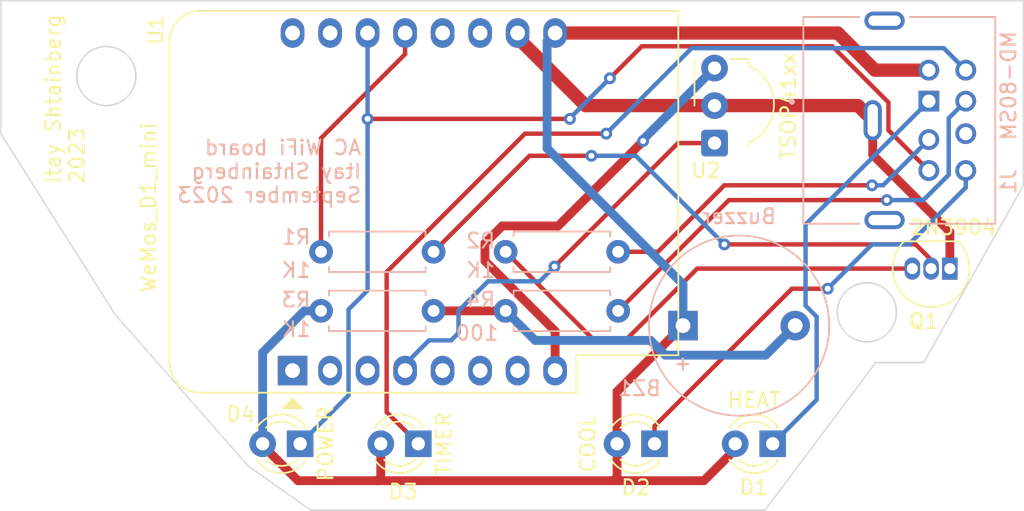
<source format=kicad_pcb>
(kicad_pcb (version 20221018) (generator pcbnew)
  (title_block (title "Electra WiFi Board") (date "2023-09-16") (company "Itay Shtainberg"))
  (layers (0 "F.Cu" signal) (31 "B.Cu" signal) (34 "B.Paste" user) (35 "F.Paste" user) (36 "B.SilkS" user "B.Silkscreen") (37 "F.SilkS" user "F.Silkscreen") (38 "B.Mask" user) (39 "F.Mask" user) (44 "Edge.Cuts" user))
  (net 0 "")
  (net 3 "+5V")
  (net 4 "GND")
  (net 5 "power_led")
  (net 6 "IR_to_ac")
  (net 7 "heat_led")
  (net 8 "button")
  (net 9 "cool_led")
  (net 10 "beep")
  (net 11 "timer_led")
  (net 12 "Net-(Q1-B)")
  (net 13 "Net-(Q1-C)")
  (net 14 "IR_from_esp")
  (net 18 "IR_receive")
  (net 22 "+3.3V")
  (net 27 "Net-(BZ1-+)")
  (footprint "LED_THT:LED_D3.0mm" (layer "F.Cu") (at 139.275 101.5 180)
    (fp_text reference "D2" (at 1.27 -2.96) (layer "F.SilkS"))
    (fp_text value "COOL" (at 4.525 0 90) (layer "F.SilkS"))
    (fp_line (start -0.29 -1.236) (end -0.29 -1.08) (stroke (width 0.12)) (layer "F.SilkS"))
    (fp_line (start -0.29 1.08) (end -0.29 1.236) (stroke (width 0.12)) (layer "F.SilkS"))
    (fp_arc (start -0.29 -1.235516) (mid 1.366487 -1.987659) (end 2.942335 -1.078608) (stroke (width 0.12)) (layer "F.SilkS"))
    (fp_arc (start 0.229039 -1.08) (mid 1.270117 -1.5) (end 2.31113 -1.079837) (stroke (width 0.12)) (layer "F.SilkS"))
    (fp_arc (start 2.31113 1.079837) (mid 1.270117 1.5) (end 0.229039 1.08) (stroke (width 0.12)) (layer "F.SilkS"))
    (fp_arc (start 2.942335 1.078608) (mid 1.366487 1.987659) (end -0.29 1.235516) (stroke (width 0.12)) (layer "F.SilkS"))
    (pad "1" thru_hole rect (at 0 0 180) (size 1.8 1.8) (drill 0.9) (layers "*.Cu" "*.Mask") (net 9 "cool_led"))
    (pad "2" thru_hole circle (at 2.54 0 180) (size 1.8 1.8) (drill 0.9) (layers "*.Cu" "*.Mask") (net 3 "+5V"))
  )
  (footprint "Package_TO_SOT_THT:TO-92_Inline" (layer "F.Cu") (at 159.27 89.64 180)
    (fp_text reference "Q1" (at 1.77 -3.56) (layer "F.SilkS"))
    (fp_text value "2N3904" (at -0.23 2.79) (layer "F.SilkS"))
    (fp_line (start -0.53 1.85) (end 3.07 1.85) (stroke (width 0.12)) (layer "F.SilkS"))
    (fp_arc (start -0.568478 1.838478) (mid -1.132087 -0.994977) (end 1.27 -2.6) (stroke (width 0.12)) (layer "F.SilkS"))
    (fp_arc (start 1.27 -2.6) (mid 3.672087 -0.994977) (end 3.108478 1.838478) (stroke (width 0.12)) (layer "F.SilkS"))
    (pad "1" thru_hole rect (at 0 0 180) (size 1.05 1.5) (drill 0.75) (layers "*.Cu" "*.Mask") (net 4 "GND"))
    (pad "2" thru_hole oval (at 1.27 0 180) (size 1.05 1.5) (drill 0.75) (layers "*.Cu" "*.Mask") (net 12 "Net-(Q1-B)"))
    (pad "3" thru_hole oval (at 2.54 0 180) (size 1.05 1.5) (drill 0.75) (layers "*.Cu" "*.Mask") (net 13 "Net-(Q1-C)"))
  )
  (footprint "OptoDevice:Vishay_MOLD-3Pin" (layer "F.Cu") (at 143.337 81.14 90)
    (fp_text reference "U2" (at -1.86 -0.587 180) (layer "F.SilkS"))
    (fp_text value "TSOP41xx" (at 2.5 5 90) (layer "F.SilkS"))
    (fp_line (start 0.04 2.3) (end -0.18 2.3) (stroke (width 0.12)) (layer "F.SilkS"))
    (fp_line (start 5.62 -1.36) (end 2.54 -1.36) (stroke (width 0.12)) (layer "F.SilkS"))
    (fp_line (start 5.7 2.3) (end 5.24 2.3) (stroke (width 0.12)) (layer "F.SilkS"))
    (fp_line (start 5.7 2.3) (end 5.7 1.1) (stroke (width 0.12)) (layer "F.SilkS"))
    (fp_arc (start 5.24 2.3) (mid 2.64 4.023119) (end 0.04 2.3) (stroke (width 0.12)) (layer "F.SilkS"))
    (pad "1" thru_hole roundrect (at 0 0 90) (size 1.8 1.8) (drill 0.9) (layers "*.Cu" "*.Mask") (roundrect_rratio 0.138) (net 18 "IR_receive"))
    (pad "2" thru_hole circle (at 2.54 0 90) (size 1.8 1.8) (drill 0.9) (layers "*.Cu" "*.Mask") (net 4 "GND"))
    (pad "3" thru_hole circle (at 5.08 0 90) (size 1.8 1.8) (drill 0.9) (layers "*.Cu" "*.Mask") (net 22 "+3.3V"))
  )
  (footprint "Module:WEMOS_D1_mini_light" (layer "F.Cu") (at 114.762 96.545 90)
    (fp_text reference "U1" (at 23.045 -9.262 90) (layer "F.SilkS"))
    (fp_text value "WeMos_D1_mini" (at 11.045 -9.762 90) (layer "F.SilkS"))
    (fp_line (start -1.5 19.22) (end -1.5 -6.21) (stroke (width 0.12)) (layer "F.SilkS"))
    (fp_line (start -1.5 19.22) (end 1.04 19.22) (stroke (width 0.12)) (layer "F.SilkS"))
    (fp_line (start 1.04 19.22) (end 1.04 26.12) (stroke (width 0.12)) (layer "F.SilkS"))
    (fp_line (start 1.04 26.12) (end 24.36 26.12) (stroke (width 0.12)) (layer "F.SilkS"))
    (fp_line (start 22.24 -8.34) (end 0.63 -8.34) (stroke (width 0.12)) (layer "F.SilkS"))
    (fp_line (start 24.36 26.12) (end 24.36 -6.21) (stroke (width 0.12)) (layer "F.SilkS"))
    (fp_arc (start -1.5 -6.21) (mid -0.876137 -7.716137) (end 0.63 -8.34) (stroke (width 0.12)) (layer "F.SilkS"))
    (fp_arc (start 22.23 -8.34) (mid 23.736137 -7.716137) (end 24.36 -6.21) (stroke (width 0.12)) (layer "F.SilkS"))
    (fp_poly (pts (xy -2.54 -0.635) (xy -2.54 0.635) (xy -1.905 0)) (stroke (width 0.15)) (fill solid) (layer "F.SilkS"))
    (pad "1" thru_hole rect (at 0 0 90) (size 2 2) (drill 1) (layers "*.Cu" "*.Mask"))
    (pad "2" thru_hole oval (at 0 2.54 90) (size 2 1.6) (drill 1) (layers "*.Cu" "*.Mask"))
    (pad "3" thru_hole oval (at 0 5.08 90) (size 2 1.6) (drill 1) (layers "*.Cu" "*.Mask"))
    (pad "4" thru_hole oval (at 0 7.62 90) (size 2 1.6) (drill 1) (layers "*.Cu" "*.Mask") (net 18 "IR_receive"))
    (pad "5" thru_hole oval (at 0 10.16 90) (size 2 1.6) (drill 1) (layers "*.Cu" "*.Mask"))
    (pad "6" thru_hole oval (at 0 12.7 90) (size 2 1.6) (drill 1) (layers "*.Cu" "*.Mask"))
    (pad "7" thru_hole oval (at 0 15.24 90) (size 2 1.6) (drill 1) (layers "*.Cu" "*.Mask"))
    (pad "8" thru_hole oval (at 0 17.78 90) (size 2 1.6) (drill 1) (layers "*.Cu" "*.Mask") (net 22 "+3.3V"))
    (pad "9" thru_hole oval (at 22.86 17.78 90) (size 2 1.6) (drill 1) (layers "*.Cu" "*.Mask") (net 3 "+5V"))
    (pad "10" thru_hole oval (at 22.86 15.24 90) (size 2 1.6) (drill 1) (layers "*.Cu" "*.Mask") (net 4 "GND"))
    (pad "11" thru_hole oval (at 22.86 12.7 90) (size 2 1.6) (drill 1) (layers "*.Cu" "*.Mask"))
    (pad "12" thru_hole oval (at 22.86 10.16 90) (size 2 1.6) (drill 1) (layers "*.Cu" "*.Mask"))
    (pad "13" thru_hole oval (at 22.86 7.62 90) (size 2 1.6) (drill 1) (layers "*.Cu" "*.Mask") (net 14 "IR_from_esp"))
    (pad "14" thru_hole oval (at 22.86 5.08 90) (size 2 1.6) (drill 1) (layers "*.Cu" "*.Mask") (net 5 "power_led"))
    (pad "15" thru_hole oval (at 22.86 2.54 90) (size 2 1.6) (drill 1) (layers "*.Cu" "*.Mask"))
    (pad "16" thru_hole oval (at 22.86 0 90) (size 2 1.6) (drill 1) (layers "*.Cu" "*.Mask"))
  )
  (footprint "LED_THT:LED_D3.0mm" (layer "F.Cu") (at 123.275 101.5 180)
    (fp_text reference "D3" (at 1.025 -3.25) (layer "F.SilkS"))
    (fp_text value "TIMER" (at -1.725 0 90) (layer "F.SilkS"))
    (fp_line (start -0.29 -1.236) (end -0.29 -1.08) (stroke (width 0.12)) (layer "F.SilkS"))
    (fp_line (start -0.29 1.08) (end -0.29 1.236) (stroke (width 0.12)) (layer "F.SilkS"))
    (fp_arc (start -0.29 -1.235516) (mid 1.366487 -1.987659) (end 2.942335 -1.078608) (stroke (width 0.12)) (layer "F.SilkS"))
    (fp_arc (start 0.229039 -1.08) (mid 1.270117 -1.5) (end 2.31113 -1.079837) (stroke (width 0.12)) (layer "F.SilkS"))
    (fp_arc (start 2.31113 1.079837) (mid 1.270117 1.5) (end 0.229039 1.08) (stroke (width 0.12)) (layer "F.SilkS"))
    (fp_arc (start 2.942335 1.078608) (mid 1.366487 1.987659) (end -0.29 1.235516) (stroke (width 0.12)) (layer "F.SilkS"))
    (pad "1" thru_hole rect (at 0 0 180) (size 1.8 1.8) (drill 0.9) (layers "*.Cu" "*.Mask") (net 11 "timer_led"))
    (pad "2" thru_hole circle (at 2.54 0 180) (size 1.8 1.8) (drill 0.9) (layers "*.Cu" "*.Mask") (net 3 "+5V"))
  )
  (footprint "LED_THT:LED_D3.0mm" (layer "F.Cu") (at 147.275 101.5 180)
    (fp_text reference "D1" (at 1.27 -2.96) (layer "F.SilkS"))
    (fp_text value "HEAT" (at 1.27 2.96 180) (layer "F.SilkS"))
    (fp_line (start -0.29 -1.236) (end -0.29 -1.08) (stroke (width 0.12)) (layer "F.SilkS"))
    (fp_line (start -0.29 1.08) (end -0.29 1.236) (stroke (width 0.12)) (layer "F.SilkS"))
    (fp_arc (start -0.29 -1.235516) (mid 1.366487 -1.987659) (end 2.942335 -1.078608) (stroke (width 0.12)) (layer "F.SilkS"))
    (fp_arc (start 0.229039 -1.08) (mid 1.270117 -1.5) (end 2.31113 -1.079837) (stroke (width 0.12)) (layer "F.SilkS"))
    (fp_arc (start 2.31113 1.079837) (mid 1.270117 1.5) (end 0.229039 1.08) (stroke (width 0.12)) (layer "F.SilkS"))
    (fp_arc (start 2.942335 1.078608) (mid 1.366487 1.987659) (end -0.29 1.235516) (stroke (width 0.12)) (layer "F.SilkS"))
    (pad "1" thru_hole rect (at 0 0 180) (size 1.8 1.8) (drill 0.9) (layers "*.Cu" "*.Mask") (net 7 "heat_led"))
    (pad "2" thru_hole circle (at 2.54 0 180) (size 1.8 1.8) (drill 0.9) (layers "*.Cu" "*.Mask") (net 3 "+5V"))
  )
  (footprint "LED_THT:LED_D3.0mm" (layer "F.Cu") (at 115.275 101.5 180)
    (fp_text reference "D4" (at 4.025 2) (layer "F.SilkS"))
    (fp_text value "POWER" (at -1.725 0 90) (layer "F.SilkS"))
    (fp_line (start -0.29 -1.236) (end -0.29 -1.08) (stroke (width 0.12)) (layer "F.SilkS"))
    (fp_line (start -0.29 1.08) (end -0.29 1.236) (stroke (width 0.12)) (layer "F.SilkS"))
    (fp_arc (start -0.29 -1.235516) (mid 1.366487 -1.987659) (end 2.942335 -1.078608) (stroke (width 0.12)) (layer "F.SilkS"))
    (fp_arc (start 0.229039 -1.08) (mid 1.270117 -1.5) (end 2.31113 -1.079837) (stroke (width 0.12)) (layer "F.SilkS"))
    (fp_arc (start 2.31113 1.079837) (mid 1.270117 1.5) (end 0.229039 1.08) (stroke (width 0.12)) (layer "F.SilkS"))
    (fp_arc (start 2.942335 1.078608) (mid 1.366487 1.987659) (end -0.29 1.235516) (stroke (width 0.12)) (layer "F.SilkS"))
    (pad "1" thru_hole rect (at 0 0 180) (size 1.8 1.8) (drill 0.9) (layers "*.Cu" "*.Mask") (net 5 "power_led"))
    (pad "2" thru_hole circle (at 2.54 0 180) (size 1.8 1.8) (drill 0.9) (layers "*.Cu" "*.Mask") (net 3 "+5V"))
  )
  (footprint "Buzzer_Beeper:Buzzer_12x9.5RM7.6" (layer "B.Cu") (at 141.2 93.5)
    (fp_text reference "BZ1" (at -2.95 4.25 -360) (layer "B.SilkS") (effects (justify mirror)))
    (fp_text value "Buzzer" (at 3.8 -7.4) (layer "B.SilkS") (effects (justify mirror)))
    (fp_text user "+" (at -0.01 2.54 -360) (layer "B.SilkS") (effects (justify mirror)))
    (fp_circle (center 3.8 0) (end 9.9 0) (stroke (width 0.12)) (fill none) (layer "B.SilkS"))
    (pad "1" thru_hole rect (at 0 0) (size 2 2) (drill 1) (layers "*.Cu" "*.Mask") (net 3 "+5V"))
    (pad "2" thru_hole circle (at 7.6 0) (size 2 2) (drill 1) (layers "*.Cu" "*.Mask") (net 27 "Net-(BZ1-+)"))
  )
  (footprint "Resistor_THT:R_Axial_DIN0207_L6.3mm_D2.5mm_P7.62mm_Horizontal" (layer "B.Cu") (at 136.81 92.5 180)
    (fp_text reference "R4" (at 9.31 0.75) (layer "B.SilkS") (effects (justify mirror)))
    (fp_text value "100" (at 9.56 -1.5) (layer "B.SilkS") (effects (justify mirror)))
    (fp_line (start 0.54 -1.37) (end 7.08 -1.37) (stroke (width 0.12)) (layer "B.SilkS"))
    (fp_line (start 0.54 -1.04) (end 0.54 -1.37) (stroke (width 0.12)) (layer "B.SilkS"))
    (fp_line (start 0.54 1.04) (end 0.54 1.37) (stroke (width 0.12)) (layer "B.SilkS"))
    (fp_line (start 0.54 1.37) (end 7.08 1.37) (stroke (width 0.12)) (layer "B.SilkS"))
    (fp_line (start 7.08 -1.37) (end 7.08 -1.04) (stroke (width 0.12)) (layer "B.SilkS"))
    (fp_line (start 7.08 1.37) (end 7.08 1.04) (stroke (width 0.12)) (layer "B.SilkS"))
    (pad "1" thru_hole circle (at 0 0 180) (size 1.6 1.6) (drill 0.8) (layers "*.Cu" "*.Mask") (net 10 "beep"))
    (pad "2" thru_hole oval (at 7.62 0 180) (size 1.6 1.6) (drill 0.8) (layers "*.Cu" "*.Mask") (net 27 "Net-(BZ1-+)"))
  )
  (footprint "footprints:CUI_MD-80SM" (layer "B.Cu") (at 154.048 79.6 90)
    (fp_text reference "J1" (at -4.15 9.202 90) (layer "B.SilkS") (effects (justify mirror)))
    (fp_text value "MD-80SM" (at 2.35 9.202 90) (layer "B.SilkS") (effects (justify mirror)))
    (fp_line (start -7 -4.7) (end -7 -0.915) (stroke (width 0.127)) (layer "B.SilkS"))
    (fp_line (start -7 2.515) (end -7 8.3) (stroke (width 0.127)) (layer "B.SilkS"))
    (fp_line (start -7 8.3) (end 7 8.3) (stroke (width 0.127)) (layer "B.SilkS"))
    (fp_line (start 7 -4.7) (end -7 -4.7) (stroke (width 0.127)) (layer "B.SilkS"))
    (fp_line (start 7 -4.7) (end 7 -0.915) (stroke (width 0.127)) (layer "B.SilkS"))
    (fp_line (start 7 8.3) (end 7 2.515) (stroke (width 0.127)) (layer "B.SilkS"))
    (fp_circle (center 1.257 -5.471) (end 1.357 -5.471) (stroke (width 0.2)) (fill none) (layer "B.SilkS"))
    (pad "1" thru_hole rect (at 1.3 3.8 90) (size 1.408 1.408) (drill 0.9) (layers "*.Cu" "*.Mask") (net 7 "heat_led"))
    (pad "2" thru_hole circle (at -1.3 3.8 90) (size 1.408 1.408) (drill 0.9) (layers "*.Cu" "*.Mask") (net 6 "IR_to_ac"))
    (pad "3" thru_hole circle (at 3.4 3.8 90) (size 1.408 1.408) (drill 0.9) (layers "*.Cu" "*.Mask") (net 3 "+5V"))
    (pad "4" thru_hole circle (at 1.3 6.3 90) (size 1.408 1.408) (drill 0.9) (layers "*.Cu" "*.Mask") (net 10 "beep"))
    (pad "5" thru_hole circle (at -3.4 3.8 90) (size 1.408 1.408) (drill 0.9) (layers "*.Cu" "*.Mask") (net 5 "power_led"))
    (pad "6" thru_hole circle (at 3.4 6.3 90) (size 1.408 1.408) (drill 0.9) (layers "*.Cu" "*.Mask") (net 11 "timer_led"))
    (pad "7" thru_hole circle (at -0.9 6.3 90) (size 1.408 1.408) (drill 0.9) (layers "*.Cu" "*.Mask") (net 8 "button"))
    (pad "8" thru_hole circle (at -3.4 6.3 90) (size 1.408 1.408) (drill 0.9) (layers "*.Cu" "*.Mask") (net 9 "cool_led"))
    (pad "S1" thru_hole oval (at 0 0 90) (size 2.73 1.23) (drill oval 2.2 0.7) (layers "*.Cu" "*.Mask") (net 4 "GND"))
    (pad "S2" thru_hole oval (at -6.75 0.8 90) (size 1.23 2.73) (drill oval 0.7 2.2) (layers "*.Cu" "*.Mask"))
    (pad "S3" thru_hole oval (at 6.75 0.8 90) (size 1.23 2.73) (drill oval 0.7 2.2) (layers "*.Cu" "*.Mask"))
  )
  (footprint "Resistor_THT:R_Axial_DIN0207_L6.3mm_D2.5mm_P7.62mm_Horizontal" (layer "B.Cu") (at 136.81 88.5 180)
    (fp_text reference "R2" (at 9.31 0.75) (layer "B.SilkS") (effects (justify mirror)))
    (fp_text value "1K" (at 9.31 -1.25) (layer "B.SilkS") (effects (justify mirror)))
    (fp_line (start 0.54 -1.37) (end 7.08 -1.37) (stroke (width 0.12)) (layer "B.SilkS"))
    (fp_line (start 0.54 -1.04) (end 0.54 -1.37) (stroke (width 0.12)) (layer "B.SilkS"))
    (fp_line (start 0.54 1.04) (end 0.54 1.37) (stroke (width 0.12)) (layer "B.SilkS"))
    (fp_line (start 0.54 1.37) (end 7.08 1.37) (stroke (width 0.12)) (layer "B.SilkS"))
    (fp_line (start 7.08 -1.37) (end 7.08 -1.04) (stroke (width 0.12)) (layer "B.SilkS"))
    (fp_line (start 7.08 1.37) (end 7.08 1.04) (stroke (width 0.12)) (layer "B.SilkS"))
    (pad "1" thru_hole circle (at 0 0 180) (size 1.6 1.6) (drill 0.8) (layers "*.Cu" "*.Mask") (net 6 "IR_to_ac"))
    (pad "2" thru_hole oval (at 7.62 0 180) (size 1.6 1.6) (drill 0.8) (layers "*.Cu" "*.Mask") (net 13 "Net-(Q1-C)"))
  )
  (footprint "Resistor_THT:R_Axial_DIN0207_L6.3mm_D2.5mm_P7.62mm_Horizontal" (layer "B.Cu") (at 124.31 88.5 180)
    (fp_text reference "R1" (at 9.31 1) (layer "B.SilkS") (effects (justify mirror)))
    (fp_text value "1K" (at 9.31 -1.25) (layer "B.SilkS") (effects (justify mirror)))
    (fp_line (start 0.54 -1.37) (end 7.08 -1.37) (stroke (width 0.12)) (layer "B.SilkS"))
    (fp_line (start 0.54 -1.04) (end 0.54 -1.37) (stroke (width 0.12)) (layer "B.SilkS"))
    (fp_line (start 0.54 1.04) (end 0.54 1.37) (stroke (width 0.12)) (layer "B.SilkS"))
    (fp_line (start 0.54 1.37) (end 7.08 1.37) (stroke (width 0.12)) (layer "B.SilkS"))
    (fp_line (start 7.08 -1.37) (end 7.08 -1.04) (stroke (width 0.12)) (layer "B.SilkS"))
    (fp_line (start 7.08 1.37) (end 7.08 1.04) (stroke (width 0.12)) (layer "B.SilkS"))
    (pad "1" thru_hole circle (at 0 0 180) (size 1.6 1.6) (drill 0.8) (layers "*.Cu" "*.Mask") (net 12 "Net-(Q1-B)"))
    (pad "2" thru_hole oval (at 7.62 0 180) (size 1.6 1.6) (drill 0.8) (layers "*.Cu" "*.Mask") (net 14 "IR_from_esp"))
  )
  (footprint "Resistor_THT:R_Axial_DIN0207_L6.3mm_D2.5mm_P7.62mm_Horizontal" (layer "B.Cu") (at 124.31 92.5 180)
    (fp_text reference "R3" (at 9.31 0.75) (layer "B.SilkS") (effects (justify mirror)))
    (fp_text value "1K" (at 9.31 -1.25) (layer "B.SilkS") (effects (justify mirror)))
    (fp_line (start 0.54 -1.37) (end 7.08 -1.37) (stroke (width 0.12)) (layer "B.SilkS"))
    (fp_line (start 0.54 -1.04) (end 0.54 -1.37) (stroke (width 0.12)) (layer "B.SilkS"))
    (fp_line (start 0.54 1.04) (end 0.54 1.37) (stroke (width 0.12)) (layer "B.SilkS"))
    (fp_line (start 0.54 1.37) (end 7.08 1.37) (stroke (width 0.12)) (layer "B.SilkS"))
    (fp_line (start 7.08 -1.37) (end 7.08 -1.04) (stroke (width 0.12)) (layer "B.SilkS"))
    (fp_line (start 7.08 1.37) (end 7.08 1.04) (stroke (width 0.12)) (layer "B.SilkS"))
    (pad "1" thru_hole circle (at 0 0 180) (size 1.6 1.6) (drill 0.8) (layers "*.Cu" "*.Mask") (net 27 "Net-(BZ1-+)"))
    (pad "2" thru_hole oval (at 7.62 0 180) (size 1.6 1.6) (drill 0.8) (layers "*.Cu" "*.Mask") (net 3 "+5V"))
  )
  (gr_circle (center 153.652 92.6) (end 155.652 92.6) (stroke (width 0.1)) (fill none) (layer "Edge.Cuts"))
  (gr_circle (center 102.152 76.6) (end 104.152 76.6) (stroke (width 0.1)) (fill none) (layer "Edge.Cuts"))
  (gr_poly (pts (xy 95 71.5) (xy 95 80.5) (xy 102.75 92.75) (xy 111.75 103) (xy 116 106) (xy 146.75 106) (xy 154.25 96) (xy 157.5 96) (xy 164.25 84) (xy 164.25 71.5)) (stroke (width 0.1)) (fill none) (layer "Edge.Cuts"))
  (gr_text "AC WiFi board\nItay Shtainberg \nSeptember 2023" (at 119.5 85.25) (layer "B.SilkS") (effects (font (size 1 1)) (justify left bottom mirror)))
  (gr_text "Itay Shtainberg\n2023" (at 100.75 84 90) (layer "F.SilkS") (effects (font (size 1 1)) (justify left bottom)))
  (segment (start 115.125 104) (end 120.5 104) (width 0.6) (layer "F.Cu") (net 3))
  (segment (start 112.735 101.61) (end 115.125 104) (width 0.6) (layer "F.Cu") (net 3))
  (segment (start 151.685 73.685) (end 132.542 73.685) (width 0.9) (layer "F.Cu") (net 3))
  (segment (start 136.5 104) (end 142.6175 104) (width 0.6) (layer "F.Cu") (net 3))
  (segment (start 142.6175 104) (end 144.735 101.8825) (width 0.6) (layer "F.Cu") (net 3))
  (segment (start 136.735 101.5) (end 136.735 103.765) (width 0.6) (layer "F.Cu") (net 3))
  (segment (start 136.735 97.965) (end 141.2 93.5) (width 0.6) (layer "F.Cu") (net 3))
  (segment (start 136.735 101.5) (end 136.735 97.965) (width 0.6) (layer "F.Cu") (net 3))
  (segment (start 120.5 104) (end 136.5 104) (width 0.6) (layer "F.Cu") (net 3))
  (segment (start 120.735 101.5) (end 120.735 103.765) (width 0.6) (layer "F.Cu") (net 3))
  (segment (start 120.735 103.765) (end 120.5 104) (width 0.6) (layer "F.Cu") (net 3))
  (segment (start 144.735 101.8825) (end 144.735 101.5) (width 0.6) (layer "F.Cu") (net 3))
  (segment (start 112.735 101.5) (end 112.735 101.61) (width 0.6) (layer "F.Cu") (net 3))
  (segment (start 136.735 103.765) (end 136.5 104) (width 0.6) (layer "F.Cu") (net 3))
  (segment (start 157.848 76.2) (end 154.2 76.2) (width 0.9) (layer "F.Cu") (net 3))
  (segment (start 154.2 76.2) (end 151.685 73.685) (width 0.9) (layer "F.Cu") (net 3))
  (segment (start 112.735 95.32363) (end 115.55863 92.5) (width 0.6) (layer "B.Cu") (net 3))
  (segment (start 132 81.5) (end 132 74.227) (width 0.6) (layer "B.Cu") (net 3))
  (segment (start 141.2 90.7) (end 132 81.5) (width 0.6) (layer "B.Cu") (net 3))
  (segment (start 112.735 101.5) (end 112.735 95.32363) (width 0.6) (layer "B.Cu") (net 3))
  (segment (start 115.55863 92.5) (end 116.69 92.5) (width 0.6) (layer "B.Cu") (net 3))
  (segment (start 141.2 93.5) (end 141.2 90.7) (width 0.6) (layer "B.Cu") (net 3))
  (segment (start 132 74.227) (end 132.542 73.685) (width 0.6) (layer "B.Cu") (net 3))
  (segment (start 154.048 79.6) (end 153.048 78.6) (width 0.9) (layer "F.Cu") (net 4))
  (segment (start 159.27 89.64) (end 159.27 87.152) (width 0.6) (layer "F.Cu") (net 4))
  (segment (start 134.6 78.6) (end 130.002 74.002) (width 0.9) (layer "F.Cu") (net 4))
  (segment (start 130.002 74.002) (end 130.002 73.685) (width 0.9) (layer "F.Cu") (net 4))
  (segment (start 153.048 78.6) (end 143.337 78.6) (width 0.9) (layer "F.Cu") (net 4))
  (segment (start 143.337 78.6) (end 134.6 78.6) (width 0.9) (layer "F.Cu") (net 4))
  (segment (start 159.27 87.152) (end 154.048 81.93) (width 0.6) (layer "F.Cu") (net 4))
  (segment (start 154.048 81.93) (end 154.048 79.6) (width 0.6) (layer "F.Cu") (net 4))
  (segment (start 133.5415 79.5) (end 119.842 79.5) (width 0.3) (layer "F.Cu") (net 5))
  (segment (start 138.415 74.585) (end 151.312208 74.585) (width 0.3) (layer "F.Cu") (net 5))
  (segment (start 136.25 76.75) (end 138.415 74.585) (width 0.3) (layer "F.Cu") (net 5))
  (segment (start 155.113 80.265) (end 157.848 83) (width 0.3) (layer "F.Cu") (net 5))
  (segment (start 155.113 78.385792) (end 155.113 80.265) (width 0.3) (layer "F.Cu") (net 5))
  (segment (start 151.312208 74.585) (end 155.113 78.385792) (width 0.3) (layer "F.Cu") (net 5))
  (via (at 136.25 76.75) (size 0.8) (drill 0.4) (layers "F.Cu" "B.Cu") (net 5))
  (via (at 119.842 79.5) (size 0.8) (drill 0.4) (layers "F.Cu" "B.Cu") (net 5))
  (via (at 133.5415 79.5) (size 0.8) (drill 0.4) (layers "F.Cu" "B.Cu") (net 5))
  (segment (start 119.842 91.115767) (end 118.552 92.405767) (width 0.3) (layer "B.Cu") (net 5))
  (segment (start 118.552 92.405767) (end 118.552 98.223) (width 0.3) (layer "B.Cu") (net 5))
  (segment (start 133.5415 79.4585) (end 133.5415 79.5) (width 0.3) (layer "B.Cu") (net 5))
  (segment (start 136.25 76.75) (end 133.5415 79.4585) (width 0.3) (layer "B.Cu") (net 5))
  (segment (start 118.552 98.223) (end 115.275 101.5) (width 0.3) (layer "B.Cu") (net 5))
  (segment (start 119.842 73.685) (end 119.842 79.5) (width 0.3) (layer "B.Cu") (net 5))
  (segment (start 119.842 79.5) (end 119.842 91.115767) (width 0.3) (layer "B.Cu") (net 5))
  (segment (start 139.5 88.5) (end 144 84) (width 0.3) (layer "F.Cu") (net 6))
  (segment (start 144 84) (end 154 84) (width 0.3) (layer "F.Cu") (net 6))
  (segment (start 136.81 88.5) (end 139.5 88.5) (width 0.3) (layer "F.Cu") (net 6))
  (via (at 154 84) (size 0.8) (drill 0.4) (layers "F.Cu" "B.Cu") (net 6))
  (segment (start 154.748 84) (end 157.848 80.9) (width 0.3) (layer "B.Cu") (net 6))
  (segment (start 154 84) (end 154.748 84) (width 0.3) (layer "B.Cu") (net 6))
  (segment (start 149.5 92.14939) (end 149.5 86.648) (width 0.3) (layer "B.Cu") (net 7))
  (segment (start 147.275 101.5) (end 150.25 98.525) (width 0.3) (layer "B.Cu") (net 7))
  (segment (start 149.5 86.648) (end 157.848 78.3) (width 0.3) (layer "B.Cu") (net 7))
  (segment (start 150.25 92.89939) (end 149.5 92.14939) (width 0.3) (layer "B.Cu") (net 7))
  (segment (start 150.25 98.525) (end 150.25 92.89939) (width 0.3) (layer "B.Cu") (net 7))
  (segment (start 139.275 100.3) (end 148.575 91) (width 0.3) (layer "F.Cu") (net 9))
  (segment (start 148.575 91) (end 151 91) (width 0.3) (layer "F.Cu") (net 9))
  (segment (start 139.275 101.5) (end 139.275 100.3) (width 0.3) (layer "F.Cu") (net 9))
  (via (at 151 91) (size 0.8) (drill 0.4) (layers "F.Cu" "B.Cu") (net 9))
  (segment (start 154 88) (end 156.5 88) (width 0.3) (layer "B.Cu") (net 9))
  (segment (start 151 91) (end 154 88) (width 0.3) (layer "B.Cu") (net 9))
  (segment (start 160.348 84.152) (end 160.348 83) (width 0.3) (layer "B.Cu") (net 9))
  (segment (start 156.5 88) (end 160.348 84.152) (width 0.3) (layer "B.Cu") (net 9))
  (segment (start 136.81 92.5) (end 144.31 85) (width 0.3) (layer "F.Cu") (net 10))
  (segment (start 144.31 85) (end 155 85) (width 0.3) (layer "F.Cu") (net 10))
  (via (at 155 85) (size 0.8) (drill 0.4) (layers "F.Cu" "B.Cu") (net 10))
  (segment (start 155 85) (end 157.480003 85) (width 0.3) (layer "B.Cu") (net 10))
  (segment (start 159.194 83.286003) (end 159.194 79.454) (width 0.3) (layer "B.Cu") (net 10))
  (segment (start 159.194 79.454) (end 160.348 78.3) (width 0.3) (layer "B.Cu") (net 10))
  (segment (start 157.480003 85) (end 159.194 83.286003) (width 0.3) (layer "B.Cu") (net 10))
  (segment (start 130.5 80.5) (end 136 80.5) (width 0.3) (layer "F.Cu") (net 11))
  (segment (start 121.132 99.357) (end 121.132 89.868) (width 0.3) (layer "F.Cu") (net 11))
  (segment (start 123.275 101.5) (end 121.132 99.357) (width 0.3) (layer "F.Cu") (net 11))
  (segment (start 121.132 89.868) (end 130.5 80.5) (width 0.3) (layer "F.Cu") (net 11))
  (via (at 136 80.5) (size 0.8) (drill 0.4) (layers "F.Cu" "B.Cu") (net 11))
  (segment (start 136 80.5) (end 141.79 74.71) (width 0.3) (layer "B.Cu") (net 11))
  (segment (start 158.858 74.71) (end 160.348 76.2) (width 0.3) (layer "B.Cu") (net 11))
  (segment (start 141.79 74.71) (end 158.858 74.71) (width 0.3) (layer "B.Cu") (net 11))
  (segment (start 158 89.04) (end 158 89.64) (width 0.3) (layer "F.Cu") (net 12))
  (segment (start 124.31 88.5) (end 130.81 82) (width 0.3) (layer "F.Cu") (net 12))
  (segment (start 156.96 88) (end 158 89.04) (width 0.3) (layer "F.Cu") (net 12))
  (segment (start 144 88) (end 156.96 88) (width 0.3) (layer "F.Cu") (net 12))
  (segment (start 130.81 82) (end 135 82) (width 0.3) (layer "F.Cu") (net 12))
  (via (at 135 82) (size 0.8) (drill 0.4) (layers "F.Cu" "B.Cu") (net 12))
  (via (at 144 88) (size 0.8) (drill 0.4) (layers "F.Cu" "B.Cu") (net 12))
  (segment (start 138 82) (end 144 88) (width 0.3) (layer "B.Cu") (net 12))
  (segment (start 135 82) (end 138 82) (width 0.3) (layer "B.Cu") (net 12))
  (segment (start 135.19 94.5) (end 137.3 94.5) (width 0.3) (layer "F.Cu") (net 13))
  (segment (start 137.3 94.5) (end 142.16 89.64) (width 0.3) (layer "F.Cu") (net 13))
  (segment (start 129.19 88.5) (end 135.19 94.5) (width 0.3) (layer "F.Cu") (net 13))
  (segment (start 142.16 89.64) (end 156.73 89.64) (width 0.3) (layer "F.Cu") (net 13))
  (segment (start 116.69 88.5) (end 116.69 80.81) (width 0.3) (layer "F.Cu") (net 14))
  (segment (start 116.69 80.81) (end 122.382 75.118) (width 0.3) (layer "F.Cu") (net 14))
  (segment (start 122.382 75.118) (end 122.382 73.685) (width 0.3) (layer "F.Cu") (net 14))
  (segment (start 140.86 81.14) (end 132.5 89.5) (width 0.3) (layer "F.Cu") (net 18))
  (segment (start 143.337 81.14) (end 140.86 81.14) (width 0.3) (layer "F.Cu") (net 18))
  (via (at 132.5 89.5) (size 0.8) (drill 0.4) (layers "F.Cu" "B.Cu") (net 18))
  (segment (start 125.5 94.5) (end 124 94.5) (width 0.3) (layer "B.Cu") (net 18))
  (segment (start 126 94) (end 125.5 94.5) (width 0.3) (layer "B.Cu") (net 18))
  (segment (start 132.5 89.5) (end 131.5 90.5) (width 0.3) (layer "B.Cu") (net 18))
  (segment (start 122.382 96.118) (end 122.382 96.545) (width 0.3) (layer "B.Cu") (net 18))
  (segment (start 131.5 90.5) (end 128 90.5) (width 0.3) (layer "B.Cu") (net 18))
  (segment (start 126 92.5) (end 126 94) (width 0.3) (layer "B.Cu") (net 18))
  (segment (start 124 94.5) (end 122.382 96.118) (width 0.3) (layer "B.Cu") (net 18))
  (segment (start 128 90.5) (end 126 92.5) (width 0.3) (layer "B.Cu") (net 18))
  (segment (start 132.542 93.872101) (end 132.542 96.545) (width 0.6) (layer "F.Cu") (net 22))
  (segment (start 138.5 81) (end 132.75 86.75) (width 0.6) (layer "F.Cu") (net 22))
  (segment (start 127.79 87.920101) (end 127.79 89.120101) (width 0.6) (layer "F.Cu") (net 22))
  (segment (start 128.960101 86.75) (end 127.79 87.920101) (width 0.6) (layer "F.Cu") (net 22))
  (segment (start 127.79 89.120101) (end 132.542 93.872101) (width 0.6) (layer "F.Cu") (net 22))
  (segment (start 132.75 86.75) (end 128.960101 86.75) (width 0.6) (layer "F.Cu") (net 22))
  (via (at 138.5 81) (size 0.8) (drill 0.4) (layers "F.Cu" "B.Cu") (net 22))
  (segment (start 138.5 81) (end 138.5 80.897) (width 0.6) (layer "B.Cu") (net 22))
  (segment (start 138.5 80.897) (end 143.337 76.06) (width 0.6) (layer "B.Cu") (net 22))
  (segment (start 124.31 92.5) (end 129.19 92.5) (width 0.6) (layer "F.Cu") (net 27))
  (segment (start 129.19 92.5) (end 131.19 94.5) (width 0.6) (layer "B.Cu") (net 27))
  (segment (start 131.19 94.5) (end 139 94.5) (width 0.6) (layer "B.Cu") (net 27))
  (segment (start 140 95.5) (end 146.8 95.5) (width 0.6) (layer "B.Cu") (net 27))
  (segment (start 139 94.5) (end 140 95.5) (width 0.6) (layer "B.Cu") (net 27))
  (segment (start 146.8 95.5) (end 148.8 93.5) (width 0.6) (layer "B.Cu") (net 27))
)
</source>
